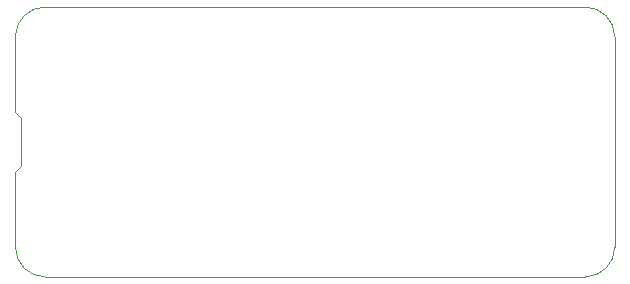
<source format=gbr>
%TF.GenerationSoftware,KiCad,Pcbnew,8.0.4-8.0.4-0~ubuntu22.04.1*%
%TF.CreationDate,2024-08-18T15:20:42-07:00*%
%TF.ProjectId,feather_M4_express,66656174-6865-4725-9f4d-345f65787072,rev?*%
%TF.SameCoordinates,Original*%
%TF.FileFunction,Profile,NP*%
%FSLAX46Y46*%
G04 Gerber Fmt 4.6, Leading zero omitted, Abs format (unit mm)*
G04 Created by KiCad (PCBNEW 8.0.4-8.0.4-0~ubuntu22.04.1) date 2024-08-18 15:20:42*
%MOMM*%
%LPD*%
G01*
G04 APERTURE LIST*
%TA.AperFunction,Profile*%
%ADD10C,0.050000*%
%TD*%
G04 APERTURE END LIST*
D10*
%TO.C,PCB1*%
X204310251Y-128745251D02*
X204310251Y-135095251D01*
X204310251Y-135095251D02*
X204818251Y-135603251D01*
X204310251Y-140175251D02*
X204310251Y-146525251D01*
X204818251Y-135603251D02*
X204818251Y-139667251D01*
X204818251Y-139667251D02*
X204310251Y-140175251D01*
X206850251Y-149065251D02*
X252534149Y-149065251D01*
X252534149Y-126205251D02*
X206850251Y-126205251D01*
X255074149Y-146525251D02*
X255074149Y-128745251D01*
X204310251Y-128745251D02*
G75*
G02*
X206850251Y-126205251I2540001J-1D01*
G01*
X206850251Y-149065251D02*
G75*
G02*
X204310251Y-146525251I-3J2539997D01*
G01*
X252534149Y-126205251D02*
G75*
G02*
X255074149Y-128745251I1J-2539999D01*
G01*
X255074149Y-146525251D02*
G75*
G02*
X252534149Y-149065249I-2539999J1D01*
G01*
%TD*%
M02*

</source>
